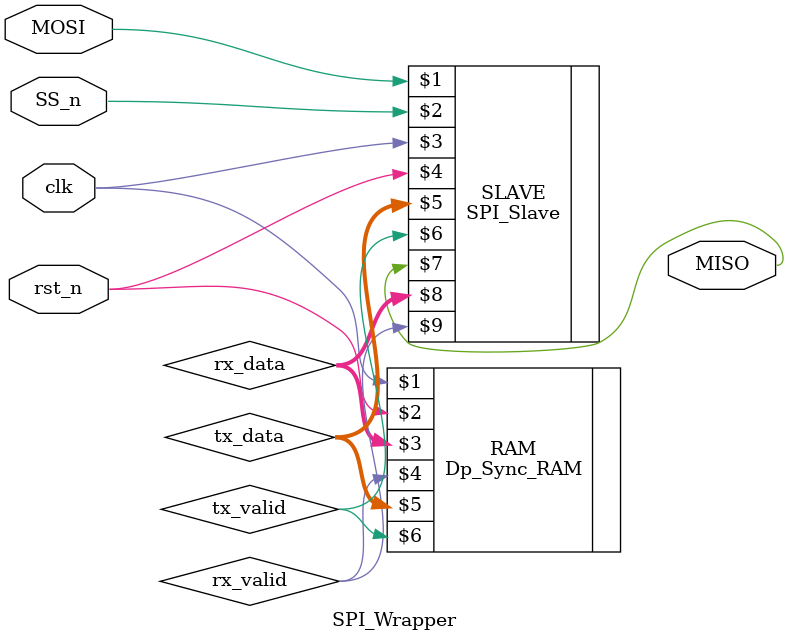
<source format=v>
module SPI_Wrapper(MOSI, SS_n, clk, rst_n, MISO);
	input MOSI, SS_n, clk, rst_n;
	output MISO;


	wire rx_valid, tx_valid;
	wire [9:0] rx_data;
	wire [7:0] tx_data;

	SPI_Slave SLAVE(MOSI, SS_n, clk, rst_n, tx_data, tx_valid, MISO, rx_data, rx_valid);
	Dp_Sync_RAM RAM(clk, rst_n, rx_data, rx_valid, tx_data, tx_valid);

endmodule

</source>
